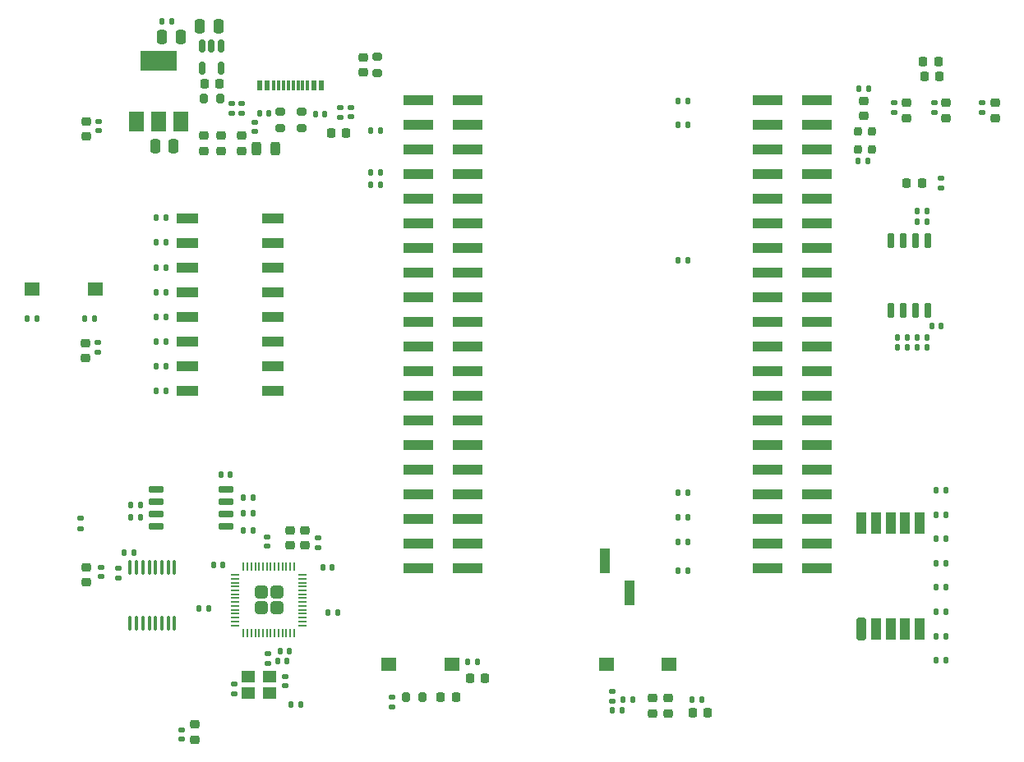
<source format=gbr>
G04 #@! TF.GenerationSoftware,KiCad,Pcbnew,8.0.1-8.0.1-1~ubuntu22.04.1*
G04 #@! TF.CreationDate,2024-04-10T21:28:55-04:00*
G04 #@! TF.ProjectId,tinytapeout-demo,74696e79-7461-4706-956f-75742d64656d,1.1.2*
G04 #@! TF.SameCoordinates,PX35e1f20PY8044ea0*
G04 #@! TF.FileFunction,Paste,Top*
G04 #@! TF.FilePolarity,Positive*
%FSLAX46Y46*%
G04 Gerber Fmt 4.6, Leading zero omitted, Abs format (unit mm)*
G04 Created by KiCad (PCBNEW 8.0.1-8.0.1-1~ubuntu22.04.1) date 2024-04-10 21:28:55*
%MOMM*%
%LPD*%
G01*
G04 APERTURE LIST*
G04 Aperture macros list*
%AMRoundRect*
0 Rectangle with rounded corners*
0 $1 Rounding radius*
0 $2 $3 $4 $5 $6 $7 $8 $9 X,Y pos of 4 corners*
0 Add a 4 corners polygon primitive as box body*
4,1,4,$2,$3,$4,$5,$6,$7,$8,$9,$2,$3,0*
0 Add four circle primitives for the rounded corners*
1,1,$1+$1,$2,$3*
1,1,$1+$1,$4,$5*
1,1,$1+$1,$6,$7*
1,1,$1+$1,$8,$9*
0 Add four rect primitives between the rounded corners*
20,1,$1+$1,$2,$3,$4,$5,0*
20,1,$1+$1,$4,$5,$6,$7,0*
20,1,$1+$1,$6,$7,$8,$9,0*
20,1,$1+$1,$8,$9,$2,$3,0*%
G04 Aperture macros list end*
%ADD10RoundRect,0.225000X0.225000X0.250000X-0.225000X0.250000X-0.225000X-0.250000X0.225000X-0.250000X0*%
%ADD11RoundRect,0.135000X0.185000X-0.135000X0.185000X0.135000X-0.185000X0.135000X-0.185000X-0.135000X0*%
%ADD12RoundRect,0.225000X-0.250000X0.225000X-0.250000X-0.225000X0.250000X-0.225000X0.250000X0.225000X0*%
%ADD13RoundRect,0.140000X-0.140000X-0.170000X0.140000X-0.170000X0.140000X0.170000X-0.140000X0.170000X0*%
%ADD14RoundRect,0.135000X-0.185000X0.135000X-0.185000X-0.135000X0.185000X-0.135000X0.185000X0.135000X0*%
%ADD15RoundRect,0.135000X0.135000X0.185000X-0.135000X0.185000X-0.135000X-0.185000X0.135000X-0.185000X0*%
%ADD16R,0.600000X1.100000*%
%ADD17R,0.300000X1.100000*%
%ADD18RoundRect,0.225000X0.250000X-0.225000X0.250000X0.225000X-0.250000X0.225000X-0.250000X-0.225000X0*%
%ADD19RoundRect,0.250000X0.250000X0.475000X-0.250000X0.475000X-0.250000X-0.475000X0.250000X-0.475000X0*%
%ADD20RoundRect,0.135000X-0.135000X-0.185000X0.135000X-0.185000X0.135000X0.185000X-0.135000X0.185000X0*%
%ADD21RoundRect,0.140000X-0.170000X0.140000X-0.170000X-0.140000X0.170000X-0.140000X0.170000X0.140000X0*%
%ADD22RoundRect,0.200000X-0.200000X-0.275000X0.200000X-0.275000X0.200000X0.275000X-0.200000X0.275000X0*%
%ADD23RoundRect,0.140000X0.170000X-0.140000X0.170000X0.140000X-0.170000X0.140000X-0.170000X-0.140000X0*%
%ADD24R,1.400000X1.200000*%
%ADD25RoundRect,0.140000X0.140000X0.170000X-0.140000X0.170000X-0.140000X-0.170000X0.140000X-0.170000X0*%
%ADD26R,1.500000X1.400000*%
%ADD27R,1.000000X2.510000*%
%ADD28RoundRect,0.200000X0.200000X0.275000X-0.200000X0.275000X-0.200000X-0.275000X0.200000X-0.275000X0*%
%ADD29R,2.200000X1.100000*%
%ADD30RoundRect,0.200000X0.275000X-0.200000X0.275000X0.200000X-0.275000X0.200000X-0.275000X-0.200000X0*%
%ADD31RoundRect,0.150000X-0.150000X0.650000X-0.150000X-0.650000X0.150000X-0.650000X0.150000X0.650000X0*%
%ADD32RoundRect,0.200000X0.300000X-0.950000X0.300000X0.950000X-0.300000X0.950000X-0.300000X-0.950000X0*%
%ADD33R,1.000000X2.300000*%
%ADD34RoundRect,0.150000X-0.650000X-0.150000X0.650000X-0.150000X0.650000X0.150000X-0.650000X0.150000X0*%
%ADD35RoundRect,0.249999X-0.395001X-0.395001X0.395001X-0.395001X0.395001X0.395001X-0.395001X0.395001X0*%
%ADD36RoundRect,0.050000X-0.387500X-0.050000X0.387500X-0.050000X0.387500X0.050000X-0.387500X0.050000X0*%
%ADD37RoundRect,0.050000X-0.050000X-0.387500X0.050000X-0.387500X0.050000X0.387500X-0.050000X0.387500X0*%
%ADD38RoundRect,0.243750X0.243750X0.456250X-0.243750X0.456250X-0.243750X-0.456250X0.243750X-0.456250X0*%
%ADD39RoundRect,0.218750X-0.218750X-0.256250X0.218750X-0.256250X0.218750X0.256250X-0.218750X0.256250X0*%
%ADD40RoundRect,0.200000X0.200000X0.250000X-0.200000X0.250000X-0.200000X-0.250000X0.200000X-0.250000X0*%
%ADD41RoundRect,0.100000X0.100000X-0.637500X0.100000X0.637500X-0.100000X0.637500X-0.100000X-0.637500X0*%
%ADD42RoundRect,0.150000X-0.150000X0.512500X-0.150000X-0.512500X0.150000X-0.512500X0.150000X0.512500X0*%
%ADD43R,1.500000X2.000000*%
%ADD44R,3.800000X2.000000*%
%ADD45R,3.150000X1.000000*%
%ADD46RoundRect,0.218750X0.256250X-0.218750X0.256250X0.218750X-0.256250X0.218750X-0.256250X-0.218750X0*%
%ADD47RoundRect,0.250000X-0.250000X-0.475000X0.250000X-0.475000X0.250000X0.475000X-0.250000X0.475000X0*%
G04 APERTURE END LIST*
D10*
G04 #@! TO.C,C21*
X95075000Y74500000D03*
X93525000Y74500000D03*
G04 #@! TD*
D11*
G04 #@! TO.C,R15*
X99500000Y70790000D03*
X99500000Y71810000D03*
G04 #@! TD*
D12*
G04 #@! TO.C,C32*
X28200000Y27700000D03*
X28200000Y26150000D03*
G04 #@! TD*
D13*
G04 #@! TO.C,C23*
X68195000Y72000000D03*
X69155000Y72000000D03*
G04 #@! TD*
G04 #@! TO.C,C36*
X26920000Y14250000D03*
X27880000Y14250000D03*
G04 #@! TD*
D14*
G04 #@! TO.C,R20*
X22200000Y71710000D03*
X22200000Y70690000D03*
G04 #@! TD*
D15*
G04 #@! TO.C,R38*
X24360000Y31050000D03*
X23340000Y31050000D03*
G04 #@! TD*
D16*
G04 #@! TO.C,J15*
X31450000Y73550000D03*
X30650000Y73550000D03*
D17*
X29500000Y73550000D03*
X28500000Y73550000D03*
X28000000Y73550000D03*
X27000000Y73550000D03*
D16*
X25050000Y73550000D03*
X25850000Y73550000D03*
D17*
X26500000Y73550000D03*
X27500000Y73550000D03*
X29000000Y73550000D03*
X30000000Y73550000D03*
G04 #@! TD*
D18*
G04 #@! TO.C,C48*
X23200000Y66825000D03*
X23200000Y68375000D03*
G04 #@! TD*
D19*
G04 #@! TO.C,C6*
X16190000Y67290000D03*
X14290000Y67290000D03*
G04 #@! TD*
D20*
G04 #@! TO.C,R5*
X14390000Y52271429D03*
X15410000Y52271429D03*
G04 #@! TD*
D21*
G04 #@! TO.C,C56*
X8700000Y23880000D03*
X8700000Y22920000D03*
G04 #@! TD*
D19*
G04 #@! TO.C,C7*
X20800000Y79700000D03*
X18900000Y79700000D03*
G04 #@! TD*
D22*
G04 #@! TO.C,R7*
X40175000Y10500000D03*
X41825000Y10500000D03*
G04 #@! TD*
D20*
G04 #@! TO.C,R1*
X14390000Y42100000D03*
X15410000Y42100000D03*
G04 #@! TD*
D23*
G04 #@! TO.C,C29*
X22400000Y10870000D03*
X22400000Y11830000D03*
G04 #@! TD*
D13*
G04 #@! TO.C,C24*
X68195000Y29000000D03*
X69155000Y29000000D03*
G04 #@! TD*
G04 #@! TO.C,C8*
X46520000Y14100000D03*
X47480000Y14100000D03*
G04 #@! TD*
D24*
G04 #@! TO.C,Y1*
X23900000Y10900000D03*
X26100000Y10900000D03*
X26100000Y12600000D03*
X23900000Y12600000D03*
G04 #@! TD*
D11*
G04 #@! TO.C,R18*
X90400000Y70790000D03*
X90400000Y71810000D03*
G04 #@! TD*
D21*
G04 #@! TO.C,C58*
X8500000Y69880000D03*
X8500000Y68920000D03*
G04 #@! TD*
D13*
G04 #@! TO.C,C27*
X11120000Y25400000D03*
X12080000Y25400000D03*
G04 #@! TD*
D20*
G04 #@! TO.C,R11*
X14390000Y59900000D03*
X15410000Y59900000D03*
G04 #@! TD*
D18*
G04 #@! TO.C,C16*
X67100000Y8825000D03*
X67100000Y10375000D03*
G04 #@! TD*
D15*
G04 #@! TO.C,R43*
X93810000Y59500000D03*
X92790000Y59500000D03*
G04 #@! TD*
D21*
G04 #@! TO.C,C46*
X34500000Y71280000D03*
X34500000Y70320000D03*
G04 #@! TD*
D23*
G04 #@! TO.C,C4*
X17020000Y6165000D03*
X17020000Y7125000D03*
G04 #@! TD*
D15*
G04 #@! TO.C,R24*
X95765000Y26808572D03*
X94745000Y26808572D03*
G04 #@! TD*
G04 #@! TO.C,R22*
X95765000Y31820000D03*
X94745000Y31820000D03*
G04 #@! TD*
D21*
G04 #@! TO.C,C47*
X23200000Y71680000D03*
X23200000Y70720000D03*
G04 #@! TD*
D20*
G04 #@! TO.C,R3*
X14390000Y47185715D03*
X15410000Y47185715D03*
G04 #@! TD*
D13*
G04 #@! TO.C,C2*
X62520000Y10200000D03*
X63480000Y10200000D03*
G04 #@! TD*
D25*
G04 #@! TO.C,C18*
X69155000Y26500000D03*
X68195000Y26500000D03*
G04 #@! TD*
D20*
G04 #@! TO.C,R41*
X28290000Y9700000D03*
X29310000Y9700000D03*
G04 #@! TD*
D18*
G04 #@! TO.C,C42*
X87300000Y70425000D03*
X87300000Y71975000D03*
G04 #@! TD*
D26*
G04 #@! TO.C,SW2*
X67250000Y13900000D03*
X60750000Y13900000D03*
G04 #@! TD*
D14*
G04 #@! TO.C,R8*
X61400000Y11110000D03*
X61400000Y10090000D03*
G04 #@! TD*
D25*
G04 #@! TO.C,C28*
X87680000Y65800000D03*
X86720000Y65800000D03*
G04 #@! TD*
D12*
G04 #@! TO.C,C49*
X19300000Y68375000D03*
X19300000Y66825000D03*
G04 #@! TD*
D13*
G04 #@! TO.C,C35*
X32120000Y19200000D03*
X33080000Y19200000D03*
G04 #@! TD*
D27*
G04 #@! TO.C,J7*
X63190000Y21245000D03*
X60650000Y24555000D03*
G04 #@! TD*
D11*
G04 #@! TO.C,R12*
X38700000Y9490000D03*
X38700000Y10510000D03*
G04 #@! TD*
D10*
G04 #@! TO.C,C25*
X94975000Y76040000D03*
X93425000Y76040000D03*
G04 #@! TD*
D12*
G04 #@! TO.C,C5*
X18400000Y7675000D03*
X18400000Y6125000D03*
G04 #@! TD*
D20*
G04 #@! TO.C,R13*
X61390000Y9100000D03*
X62410000Y9100000D03*
G04 #@! TD*
D14*
G04 #@! TO.C,R21*
X33400000Y71310000D03*
X33400000Y70290000D03*
G04 #@! TD*
D20*
G04 #@! TO.C,R42*
X86790000Y73200000D03*
X87810000Y73200000D03*
G04 #@! TD*
D28*
G04 #@! TO.C,R49*
X20975000Y72200000D03*
X19325000Y72200000D03*
G04 #@! TD*
D20*
G04 #@! TO.C,R2*
X14390000Y44642858D03*
X15410000Y44642858D03*
G04 #@! TD*
D29*
G04 #@! TO.C,SW4*
X17600000Y59890000D03*
X17600000Y57350000D03*
X17600000Y54810000D03*
X17600000Y52270000D03*
X17600000Y49730000D03*
X17600000Y47190000D03*
X17600000Y44650000D03*
X17600000Y42110000D03*
X26400000Y42110000D03*
X26400000Y44650000D03*
X26400000Y47190000D03*
X26400000Y49730000D03*
X26400000Y52270000D03*
X26400000Y54810000D03*
X26400000Y57350000D03*
X26400000Y59890000D03*
G04 #@! TD*
D14*
G04 #@! TO.C,R19*
X95250000Y64010000D03*
X95250000Y62990000D03*
G04 #@! TD*
D30*
G04 #@! TO.C,D5*
X29400000Y69175000D03*
X29400000Y70825000D03*
G04 #@! TD*
D31*
G04 #@! TO.C,U7*
X93905000Y57600000D03*
X92635000Y57600000D03*
X91365000Y57600000D03*
X90095000Y57600000D03*
X90095000Y50400000D03*
X91365000Y50400000D03*
X92635000Y50400000D03*
X93905000Y50400000D03*
G04 #@! TD*
D21*
G04 #@! TO.C,C30*
X27700000Y12630000D03*
X27700000Y11670000D03*
G04 #@! TD*
D15*
G04 #@! TO.C,R28*
X95765000Y16785716D03*
X94745000Y16785716D03*
G04 #@! TD*
D25*
G04 #@! TO.C,C39*
X21280000Y24100000D03*
X20320000Y24100000D03*
G04 #@! TD*
D32*
G04 #@! TO.C,U1*
X87050000Y17550000D03*
D33*
X88550000Y17550000D03*
X90050000Y17550000D03*
X91550000Y17550000D03*
X93050000Y17550000D03*
X93050000Y28450000D03*
X91550000Y28450000D03*
X90050000Y28450000D03*
X88550000Y28450000D03*
X87050000Y28450000D03*
G04 #@! TD*
D15*
G04 #@! TO.C,R23*
X95765000Y29314286D03*
X94745000Y29314286D03*
G04 #@! TD*
D25*
G04 #@! TO.C,C38*
X19780000Y19600000D03*
X18820000Y19600000D03*
G04 #@! TD*
D15*
G04 #@! TO.C,R45*
X93810000Y47600000D03*
X92790000Y47600000D03*
G04 #@! TD*
D34*
G04 #@! TO.C,U5*
X14400000Y31905000D03*
X14400000Y30635000D03*
X14400000Y29365000D03*
X14400000Y28095000D03*
X21600000Y28095000D03*
X21600000Y29365000D03*
X21600000Y30635000D03*
X21600000Y31905000D03*
G04 #@! TD*
D18*
G04 #@! TO.C,C37*
X29700000Y26125000D03*
X29700000Y27675000D03*
G04 #@! TD*
D20*
G04 #@! TO.C,R35*
X11740000Y29035000D03*
X12760000Y29035000D03*
G04 #@! TD*
D35*
G04 #@! TO.C,U6*
X25200000Y21300000D03*
X25200000Y19700000D03*
X26800000Y21300000D03*
X26800000Y19700000D03*
D36*
X22562500Y23100000D03*
X22562500Y22700000D03*
X22562500Y22300000D03*
X22562500Y21900000D03*
X22562500Y21500000D03*
X22562500Y21100000D03*
X22562500Y20700000D03*
X22562500Y20300000D03*
X22562500Y19900000D03*
X22562500Y19500000D03*
X22562500Y19100000D03*
X22562500Y18700000D03*
X22562500Y18300000D03*
X22562500Y17900000D03*
D37*
X23400000Y17062500D03*
X23800000Y17062500D03*
X24200000Y17062500D03*
X24600000Y17062500D03*
X25000000Y17062500D03*
X25400000Y17062500D03*
X25800000Y17062500D03*
X26200000Y17062500D03*
X26600000Y17062500D03*
X27000000Y17062500D03*
X27400000Y17062500D03*
X27800000Y17062500D03*
X28200000Y17062500D03*
X28600000Y17062500D03*
D36*
X29437500Y17900000D03*
X29437500Y18300000D03*
X29437500Y18700000D03*
X29437500Y19100000D03*
X29437500Y19500000D03*
X29437500Y19900000D03*
X29437500Y20300000D03*
X29437500Y20700000D03*
X29437500Y21100000D03*
X29437500Y21500000D03*
X29437500Y21900000D03*
X29437500Y22300000D03*
X29437500Y22700000D03*
X29437500Y23100000D03*
D37*
X28600000Y23937500D03*
X28200000Y23937500D03*
X27800000Y23937500D03*
X27400000Y23937500D03*
X27000000Y23937500D03*
X26600000Y23937500D03*
X26200000Y23937500D03*
X25800000Y23937500D03*
X25400000Y23937500D03*
X25000000Y23937500D03*
X24600000Y23937500D03*
X24200000Y23937500D03*
X23800000Y23937500D03*
X23400000Y23937500D03*
G04 #@! TD*
D23*
G04 #@! TO.C,C33*
X31100000Y25920000D03*
X31100000Y26880000D03*
G04 #@! TD*
D15*
G04 #@! TO.C,R27*
X95765000Y19291430D03*
X94745000Y19291430D03*
G04 #@! TD*
D13*
G04 #@! TO.C,C20*
X68195000Y55500000D03*
X69155000Y55500000D03*
G04 #@! TD*
D10*
G04 #@! TO.C,C9*
X48275000Y12400000D03*
X46725000Y12400000D03*
G04 #@! TD*
D38*
G04 #@! TO.C,F1*
X26637500Y67050000D03*
X24762500Y67050000D03*
G04 #@! TD*
D13*
G04 #@! TO.C,C12*
X15020000Y80200000D03*
X15980000Y80200000D03*
G04 #@! TD*
D20*
G04 #@! TO.C,R40*
X11740000Y30335000D03*
X12760000Y30335000D03*
G04 #@! TD*
D25*
G04 #@! TO.C,C45*
X26000000Y70700000D03*
X25040000Y70700000D03*
G04 #@! TD*
D39*
G04 #@! TO.C,F2*
X32412500Y68700000D03*
X33987500Y68700000D03*
G04 #@! TD*
D11*
G04 #@! TO.C,R37*
X25900000Y13990000D03*
X25900000Y15010000D03*
G04 #@! TD*
D13*
G04 #@! TO.C,C26*
X68195000Y23500000D03*
X69155000Y23500000D03*
G04 #@! TD*
G04 #@! TO.C,C19*
X68195000Y69500000D03*
X69155000Y69500000D03*
G04 #@! TD*
D40*
G04 #@! TO.C,X1*
X88125000Y66975000D03*
X88125000Y68825000D03*
X86675000Y68825000D03*
X86675000Y66975000D03*
G04 #@! TD*
D10*
G04 #@! TO.C,C15*
X71225000Y8900000D03*
X69675000Y8900000D03*
G04 #@! TD*
D26*
G04 #@! TO.C,SW3*
X1650000Y52600000D03*
X8150000Y52600000D03*
G04 #@! TD*
D30*
G04 #@! TO.C,R16*
X37200000Y74875000D03*
X37200000Y76525000D03*
G04 #@! TD*
D18*
G04 #@! TO.C,C17*
X65500000Y8825000D03*
X65500000Y10375000D03*
G04 #@! TD*
D41*
G04 #@! TO.C,U4*
X11725000Y18137500D03*
X12375000Y18137500D03*
X13025000Y18137500D03*
X13675000Y18137500D03*
X14325000Y18137500D03*
X14975000Y18137500D03*
X15625000Y18137500D03*
X16275000Y18137500D03*
X16275000Y23862500D03*
X15625000Y23862500D03*
X14975000Y23862500D03*
X14325000Y23862500D03*
X13675000Y23862500D03*
X13025000Y23862500D03*
X12375000Y23862500D03*
X11725000Y23862500D03*
G04 #@! TD*
D26*
G04 #@! TO.C,SW1*
X38350000Y13900000D03*
X44850000Y13900000D03*
G04 #@! TD*
D18*
G04 #@! TO.C,C3*
X35700000Y74925000D03*
X35700000Y76475000D03*
G04 #@! TD*
D11*
G04 #@! TO.C,R17*
X94550000Y70790000D03*
X94550000Y71810000D03*
G04 #@! TD*
D13*
G04 #@! TO.C,C34*
X31570000Y23900000D03*
X32530000Y23900000D03*
G04 #@! TD*
D15*
G04 #@! TO.C,R31*
X37510000Y64600000D03*
X36490000Y64600000D03*
G04 #@! TD*
D42*
G04 #@! TO.C,U3*
X21050000Y77637500D03*
X20100000Y77637500D03*
X19150000Y77637500D03*
X19150000Y75362500D03*
X21050000Y75362500D03*
G04 #@! TD*
D21*
G04 #@! TO.C,C60*
X8400000Y47030000D03*
X8400000Y46070000D03*
G04 #@! TD*
D43*
G04 #@! TO.C,U2*
X12350000Y69850000D03*
X14650000Y69850000D03*
D44*
X14650000Y76150000D03*
D43*
X16950000Y69850000D03*
G04 #@! TD*
D15*
G04 #@! TO.C,R25*
X95765000Y24302858D03*
X94745000Y24302858D03*
G04 #@! TD*
G04 #@! TO.C,R29*
X95765000Y14280000D03*
X94745000Y14280000D03*
G04 #@! TD*
D18*
G04 #@! TO.C,C61*
X7150000Y45425000D03*
X7150000Y46975000D03*
G04 #@! TD*
D15*
G04 #@! TO.C,R47*
X93810000Y46600000D03*
X92790000Y46600000D03*
G04 #@! TD*
D20*
G04 #@! TO.C,R6*
X14390000Y54814286D03*
X15410000Y54814286D03*
G04 #@! TD*
D10*
G04 #@! TO.C,C11*
X20925000Y73700000D03*
X19375000Y73700000D03*
G04 #@! TD*
D45*
G04 #@! TO.C,J4*
X41395000Y72030000D03*
X46445000Y72030000D03*
X41395000Y69490000D03*
X46445000Y69490000D03*
X41395000Y66950000D03*
X46445000Y66950000D03*
X41395000Y64410000D03*
X46445000Y64410000D03*
X41395000Y61870000D03*
X46445000Y61870000D03*
X41395000Y59330000D03*
X46445000Y59330000D03*
X41395000Y56790000D03*
X46445000Y56790000D03*
X41395000Y54250000D03*
X46445000Y54250000D03*
X41395000Y51710000D03*
X46445000Y51710000D03*
X41395000Y49170000D03*
X46445000Y49170000D03*
X41395000Y46630000D03*
X46445000Y46630000D03*
X41395000Y44090000D03*
X46445000Y44090000D03*
X41395000Y41550000D03*
X46445000Y41550000D03*
X41395000Y39010000D03*
X46445000Y39010000D03*
X41395000Y36470000D03*
X46445000Y36470000D03*
X41395000Y33930000D03*
X46445000Y33930000D03*
X41395000Y31390000D03*
X46445000Y31390000D03*
X41395000Y28850000D03*
X46445000Y28850000D03*
X41395000Y26310000D03*
X46445000Y26310000D03*
X41395000Y23770000D03*
X46445000Y23770000D03*
X77395000Y72030000D03*
X82445000Y72030000D03*
X77395000Y69490000D03*
X82445000Y69490000D03*
X77395000Y66950000D03*
X82445000Y66950000D03*
X77395000Y64410000D03*
X82445000Y64410000D03*
X77395000Y61870000D03*
X82445000Y61870000D03*
X77395000Y59330000D03*
X82445000Y59330000D03*
X77395000Y56790000D03*
X82445000Y56790000D03*
X77395000Y54250000D03*
X82445000Y54250000D03*
X77395000Y51710000D03*
X82445000Y51710000D03*
X77395000Y49170000D03*
X82445000Y49170000D03*
X77395000Y46630000D03*
X82445000Y46630000D03*
X77395000Y44090000D03*
X82445000Y44090000D03*
X77395000Y41550000D03*
X82445000Y41550000D03*
X77395000Y39010000D03*
X82445000Y39010000D03*
X77395000Y36470000D03*
X82445000Y36470000D03*
X77395000Y33930000D03*
X82445000Y33930000D03*
X77395000Y31390000D03*
X82445000Y31390000D03*
X77395000Y28850000D03*
X82445000Y28850000D03*
X77395000Y26310000D03*
X82445000Y26310000D03*
X77395000Y23770000D03*
X82445000Y23770000D03*
G04 #@! TD*
D25*
G04 #@! TO.C,C43*
X95280000Y48800000D03*
X94320000Y48800000D03*
G04 #@! TD*
D20*
G04 #@! TO.C,R10*
X14390000Y57357143D03*
X15410000Y57357143D03*
G04 #@! TD*
D46*
G04 #@! TO.C,D2*
X95800000Y70212500D03*
X95800000Y71787500D03*
G04 #@! TD*
D20*
G04 #@! TO.C,R30*
X36490000Y68900000D03*
X37510000Y68900000D03*
G04 #@! TD*
D15*
G04 #@! TO.C,R44*
X93810000Y60600000D03*
X92790000Y60600000D03*
G04 #@! TD*
G04 #@! TO.C,R26*
X95765000Y21797144D03*
X94745000Y21797144D03*
G04 #@! TD*
D23*
G04 #@! TO.C,C41*
X25800000Y26070000D03*
X25800000Y27030000D03*
G04 #@! TD*
G04 #@! TO.C,C13*
X24550000Y68820000D03*
X24550000Y69780000D03*
G04 #@! TD*
D15*
G04 #@! TO.C,R48*
X91810000Y47600000D03*
X90790000Y47600000D03*
G04 #@! TD*
D46*
G04 #@! TO.C,FB1*
X21050000Y66812500D03*
X21050000Y68387500D03*
G04 #@! TD*
D18*
G04 #@! TO.C,C57*
X7200000Y22325000D03*
X7200000Y23875000D03*
G04 #@! TD*
D13*
G04 #@! TO.C,C14*
X69620000Y10200000D03*
X70580000Y10200000D03*
G04 #@! TD*
D46*
G04 #@! TO.C,D3*
X91700000Y70212500D03*
X91700000Y71787500D03*
G04 #@! TD*
D15*
G04 #@! TO.C,R34*
X24410000Y29450000D03*
X23390000Y29450000D03*
G04 #@! TD*
D20*
G04 #@! TO.C,R9*
X6990000Y49500000D03*
X8010000Y49500000D03*
G04 #@! TD*
D15*
G04 #@! TO.C,R46*
X91810000Y46600000D03*
X90790000Y46600000D03*
G04 #@! TD*
D14*
G04 #@! TO.C,R33*
X10500000Y23810000D03*
X10500000Y22790000D03*
G04 #@! TD*
D46*
G04 #@! TO.C,D1*
X100800000Y70212500D03*
X100800000Y71787500D03*
G04 #@! TD*
D15*
G04 #@! TO.C,R39*
X24410000Y27700000D03*
X23390000Y27700000D03*
G04 #@! TD*
D47*
G04 #@! TO.C,C10*
X15000000Y78540000D03*
X16900000Y78540000D03*
G04 #@! TD*
D30*
G04 #@! TO.C,D6*
X27200000Y69175000D03*
X27200000Y70825000D03*
G04 #@! TD*
D39*
G04 #@! TO.C,D4*
X91712500Y63500000D03*
X93287500Y63500000D03*
G04 #@! TD*
D20*
G04 #@! TO.C,R32*
X36490000Y63300000D03*
X37510000Y63300000D03*
G04 #@! TD*
G04 #@! TO.C,R4*
X14390000Y49728572D03*
X15410000Y49728572D03*
G04 #@! TD*
D13*
G04 #@! TO.C,C40*
X27170000Y15200000D03*
X28130000Y15200000D03*
G04 #@! TD*
D10*
G04 #@! TO.C,C1*
X45275000Y10500000D03*
X43725000Y10500000D03*
G04 #@! TD*
D13*
G04 #@! TO.C,C44*
X30820000Y70600000D03*
X31780000Y70600000D03*
G04 #@! TD*
D11*
G04 #@! TO.C,R36*
X6600000Y27890000D03*
X6600000Y28910000D03*
G04 #@! TD*
D18*
G04 #@! TO.C,C59*
X7200000Y68325000D03*
X7200000Y69875000D03*
G04 #@! TD*
D13*
G04 #@! TO.C,C31*
X21070000Y33400000D03*
X22030000Y33400000D03*
G04 #@! TD*
G04 #@! TO.C,C22*
X68195000Y31540000D03*
X69155000Y31540000D03*
G04 #@! TD*
D20*
G04 #@! TO.C,R14*
X1090000Y49500000D03*
X2110000Y49500000D03*
G04 #@! TD*
M02*

</source>
